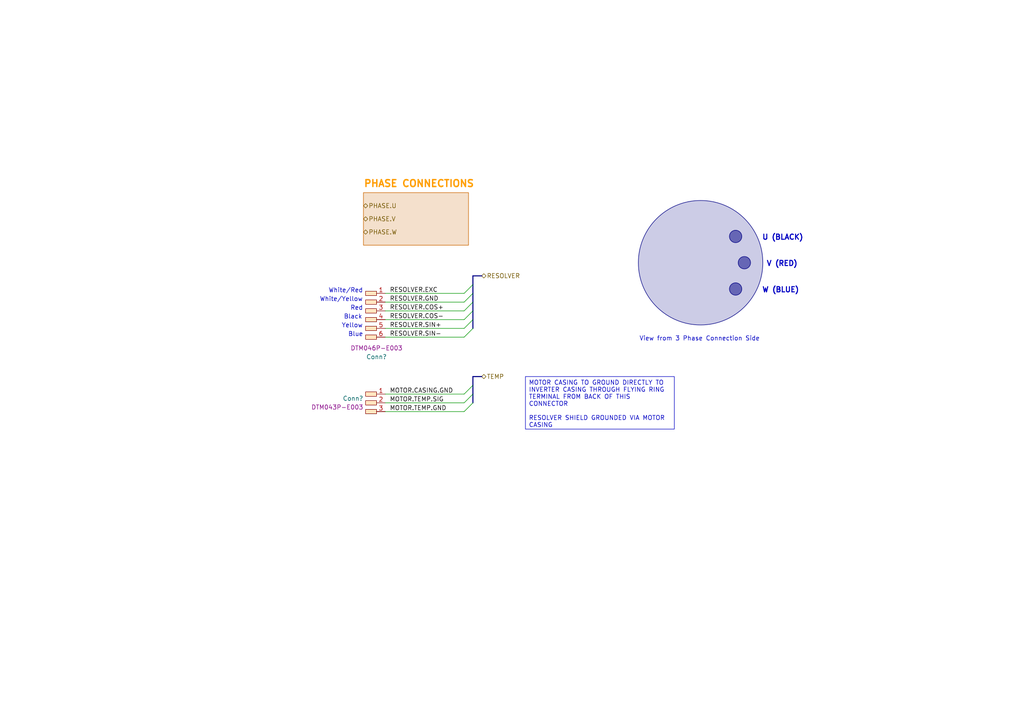
<source format=kicad_sch>
(kicad_sch
	(version 20231120)
	(generator "eeschema")
	(generator_version "8.0")
	(uuid "514a2b26-ff21-42c3-b45e-2e340674313d")
	(paper "A4")
	(title_block
		(title "DEVICE - MOTOR")
	)
	(lib_symbols
		(symbol "Connectors_SUFST:Deutsch_DTM_3P_Pin"
			(exclude_from_sim no)
			(in_bom yes)
			(on_board yes)
			(property "Reference" "Conn"
				(at 0 -1.905 0)
				(effects
					(font
						(size 1.27 1.27)
					)
				)
			)
			(property "Value" "Deutsch_DTM_3P_Pin"
				(at 0 0 0)
				(effects
					(font
						(size 1.27 1.27)
					)
					(hide yes)
				)
			)
			(property "Footprint" ""
				(at 0 -1.905 0)
				(effects
					(font
						(size 1.27 1.27)
					)
					(hide yes)
				)
			)
			(property "Datasheet" ""
				(at 0 -1.905 0)
				(effects
					(font
						(size 1.27 1.27)
					)
					(hide yes)
				)
			)
			(property "Description" ""
				(at 0 0 0)
				(effects
					(font
						(size 1.27 1.27)
					)
					(hide yes)
				)
			)
			(property "P/N" "DTM043P-E003"
				(at 0 0 0)
				(effects
					(font
						(size 1.27 1.27)
					)
				)
			)
			(symbol "Deutsch_DTM_3P_Pin_0_1"
				(polyline
					(pts
						(xy -0.635 -4.445) (xy 1.905 -4.445)
					)
					(stroke
						(width 0)
						(type default)
					)
					(fill
						(type none)
					)
				)
			)
			(symbol "Deutsch_DTM_3P_Pin_1_1"
				(rectangle
					(start -3.81 -8.89)
					(end -0.635 -10.16)
					(stroke
						(width 0)
						(type default)
					)
					(fill
						(type color)
						(color 255 229 191 1)
					)
				)
				(rectangle
					(start -3.81 -6.35)
					(end -0.635 -7.62)
					(stroke
						(width 0)
						(type default)
					)
					(fill
						(type color)
						(color 255 229 191 1)
					)
				)
				(rectangle
					(start -3.81 -3.81)
					(end -0.635 -5.08)
					(stroke
						(width 0)
						(type default)
					)
					(fill
						(type color)
						(color 255 229 191 1)
					)
				)
				(pin input line
					(at 1.905 -9.525 180)
					(length 2.54)
					(name ""
						(effects
							(font
								(size 1.27 1.27)
							)
						)
					)
					(number "1"
						(effects
							(font
								(size 1.27 1.27)
							)
						)
					)
				)
				(pin input line
					(at 1.905 -6.985 180)
					(length 2.54)
					(name ""
						(effects
							(font
								(size 1.27 1.27)
							)
						)
					)
					(number "2"
						(effects
							(font
								(size 1.27 1.27)
							)
						)
					)
				)
				(pin input line
					(at 1.905 -4.445 180)
					(length 2.54)
					(name ""
						(effects
							(font
								(size 1.27 1.27)
							)
						)
					)
					(number "3"
						(effects
							(font
								(size 1.27 1.27)
							)
						)
					)
				)
			)
		)
		(symbol "Connectors_SUFST:Deutsch_DTM_6P_Pin"
			(exclude_from_sim no)
			(in_bom yes)
			(on_board yes)
			(property "Reference" "Conn"
				(at 0 -1.905 0)
				(effects
					(font
						(size 1.27 1.27)
					)
				)
			)
			(property "Value" "Deutsch_DTM_6P_Pin"
				(at 0 0 0)
				(effects
					(font
						(size 1.27 1.27)
					)
					(hide yes)
				)
			)
			(property "Footprint" ""
				(at 0 0 0)
				(effects
					(font
						(size 1.27 1.27)
					)
					(hide yes)
				)
			)
			(property "Datasheet" ""
				(at 0 0 0)
				(effects
					(font
						(size 1.27 1.27)
					)
					(hide yes)
				)
			)
			(property "Description" ""
				(at 0 0 0)
				(effects
					(font
						(size 1.27 1.27)
					)
					(hide yes)
				)
			)
			(property "P/N" "DTM046P-E003"
				(at 0 0 0)
				(effects
					(font
						(size 1.27 1.27)
					)
				)
			)
			(symbol "Deutsch_DTM_6P_Pin_0_1"
				(polyline
					(pts
						(xy -0.635 -14.605) (xy 1.905 -14.605)
					)
					(stroke
						(width 0)
						(type default)
					)
					(fill
						(type none)
					)
				)
				(polyline
					(pts
						(xy -0.635 -9.525) (xy 1.905 -9.525)
					)
					(stroke
						(width 0)
						(type default)
					)
					(fill
						(type none)
					)
				)
				(polyline
					(pts
						(xy -0.635 -4.445) (xy 1.905 -4.445)
					)
					(stroke
						(width 0)
						(type default)
					)
					(fill
						(type none)
					)
				)
			)
			(symbol "Deutsch_DTM_6P_Pin_1_1"
				(rectangle
					(start -3.81 -16.51)
					(end -0.635 -17.78)
					(stroke
						(width 0)
						(type default)
					)
					(fill
						(type color)
						(color 255 229 191 1)
					)
				)
				(rectangle
					(start -3.81 -13.97)
					(end -0.635 -15.24)
					(stroke
						(width 0)
						(type default)
					)
					(fill
						(type color)
						(color 255 229 191 1)
					)
				)
				(rectangle
					(start -3.81 -11.43)
					(end -0.635 -12.7)
					(stroke
						(width 0)
						(type default)
					)
					(fill
						(type color)
						(color 255 229 191 1)
					)
				)
				(rectangle
					(start -3.81 -8.89)
					(end -0.635 -10.16)
					(stroke
						(width 0)
						(type default)
					)
					(fill
						(type color)
						(color 255 229 191 1)
					)
				)
				(rectangle
					(start -3.81 -6.35)
					(end -0.635 -7.62)
					(stroke
						(width 0)
						(type default)
					)
					(fill
						(type color)
						(color 255 229 191 1)
					)
				)
				(rectangle
					(start -3.81 -3.81)
					(end -0.635 -5.08)
					(stroke
						(width 0)
						(type default)
					)
					(fill
						(type color)
						(color 255 229 191 1)
					)
				)
				(pin input line
					(at 1.905 -17.145 180)
					(length 2.54)
					(name ""
						(effects
							(font
								(size 1.27 1.27)
							)
						)
					)
					(number "1"
						(effects
							(font
								(size 1.27 1.27)
							)
						)
					)
				)
				(pin input line
					(at 1.905 -14.605 180)
					(length 2.54)
					(name ""
						(effects
							(font
								(size 1.27 1.27)
							)
						)
					)
					(number "2"
						(effects
							(font
								(size 1.27 1.27)
							)
						)
					)
				)
				(pin input line
					(at 1.905 -12.065 180)
					(length 2.54)
					(name ""
						(effects
							(font
								(size 1.27 1.27)
							)
						)
					)
					(number "3"
						(effects
							(font
								(size 1.27 1.27)
							)
						)
					)
				)
				(pin input line
					(at 1.905 -9.525 180)
					(length 2.54)
					(name ""
						(effects
							(font
								(size 1.27 1.27)
							)
						)
					)
					(number "4"
						(effects
							(font
								(size 1.27 1.27)
							)
						)
					)
				)
				(pin input line
					(at 1.905 -6.985 180)
					(length 2.54)
					(name ""
						(effects
							(font
								(size 1.27 1.27)
							)
						)
					)
					(number "5"
						(effects
							(font
								(size 1.27 1.27)
							)
						)
					)
				)
				(pin input line
					(at 1.905 -4.445 180)
					(length 2.54)
					(name ""
						(effects
							(font
								(size 1.27 1.27)
							)
						)
					)
					(number "6"
						(effects
							(font
								(size 1.27 1.27)
							)
						)
					)
				)
			)
		)
	)
	(bus_entry
		(at 134.62 92.71)
		(size 2.54 -2.54)
		(stroke
			(width 0)
			(type default)
		)
		(uuid "1f34909f-91f4-438c-8d12-ad9d22cc440a")
	)
	(bus_entry
		(at 134.62 87.63)
		(size 2.54 -2.54)
		(stroke
			(width 0)
			(type default)
		)
		(uuid "3ce4d3bd-2740-4981-b1bf-dd120c946d09")
	)
	(bus_entry
		(at 134.62 85.09)
		(size 2.54 -2.54)
		(stroke
			(width 0)
			(type default)
		)
		(uuid "59e9aa78-f5bb-427a-8299-1e7ac25a1880")
	)
	(bus_entry
		(at 134.62 90.17)
		(size 2.54 -2.54)
		(stroke
			(width 0)
			(type default)
		)
		(uuid "7a25c784-1151-4c3e-8115-b66ef676d9fb")
	)
	(bus_entry
		(at 134.62 116.84)
		(size 2.54 -2.54)
		(stroke
			(width 0)
			(type default)
		)
		(uuid "8c997d63-efea-4d12-a162-b1364b628cb1")
	)
	(bus_entry
		(at 134.62 97.79)
		(size 2.54 -2.54)
		(stroke
			(width 0)
			(type default)
		)
		(uuid "9b9c9dd4-22d6-49c4-8280-27462aa2d82e")
	)
	(bus_entry
		(at 134.62 119.38)
		(size 2.54 -2.54)
		(stroke
			(width 0)
			(type default)
		)
		(uuid "a054823b-3ec0-4b46-bd03-d7de79cc5771")
	)
	(bus_entry
		(at 134.62 114.3)
		(size 2.54 -2.54)
		(stroke
			(width 0)
			(type default)
		)
		(uuid "e913f780-4b6f-4c60-ad72-bb1ea716d1f0")
	)
	(bus_entry
		(at 134.62 95.25)
		(size 2.54 -2.54)
		(stroke
			(width 0)
			(type default)
		)
		(uuid "f9bf515c-4cfa-4381-8f5d-87d391de8ce9")
	)
	(bus
		(pts
			(xy 139.7 80.01) (xy 137.16 80.01)
		)
		(stroke
			(width 0)
			(type default)
		)
		(uuid "01614728-4d74-4dd4-9c55-b8384b77fe6e")
	)
	(bus
		(pts
			(xy 137.16 82.55) (xy 137.16 85.09)
		)
		(stroke
			(width 0)
			(type default)
		)
		(uuid "01e34a51-c8cf-44a0-bbc8-765e2999f61d")
	)
	(bus
		(pts
			(xy 137.16 87.63) (xy 137.16 90.17)
		)
		(stroke
			(width 0)
			(type default)
		)
		(uuid "09be51ca-3e1a-4769-94ea-cfeaa31b2b56")
	)
	(wire
		(pts
			(xy 111.76 87.63) (xy 134.62 87.63)
		)
		(stroke
			(width 0)
			(type default)
		)
		(uuid "11a8915d-60f7-4ce1-b239-865154b0cce4")
	)
	(wire
		(pts
			(xy 111.76 97.79) (xy 134.62 97.79)
		)
		(stroke
			(width 0)
			(type default)
		)
		(uuid "11b2b0a8-9e06-4c3c-b9e8-4fb43f38312b")
	)
	(bus
		(pts
			(xy 137.16 92.71) (xy 137.16 95.25)
		)
		(stroke
			(width 0)
			(type default)
		)
		(uuid "28ce6244-a422-49c2-924f-7873d3de76ac")
	)
	(wire
		(pts
			(xy 111.76 116.84) (xy 134.62 116.84)
		)
		(stroke
			(width 0)
			(type default)
		)
		(uuid "458935c1-ca09-4297-a323-b8b5997e185d")
	)
	(bus
		(pts
			(xy 137.16 85.09) (xy 137.16 87.63)
		)
		(stroke
			(width 0)
			(type default)
		)
		(uuid "47d5f6a8-ad69-4ba2-a649-11657404095a")
	)
	(wire
		(pts
			(xy 111.76 95.25) (xy 134.62 95.25)
		)
		(stroke
			(width 0)
			(type default)
		)
		(uuid "53d1170a-6c67-4108-bd98-b5dd645e2ce2")
	)
	(bus
		(pts
			(xy 139.7 109.22) (xy 137.16 109.22)
		)
		(stroke
			(width 0)
			(type default)
		)
		(uuid "54a9b7a1-fdfb-49d2-a679-0840211a4667")
	)
	(bus
		(pts
			(xy 137.16 90.17) (xy 137.16 92.71)
		)
		(stroke
			(width 0)
			(type default)
		)
		(uuid "5541cbf1-a3b8-4f02-9d04-ca3aef4aad53")
	)
	(bus
		(pts
			(xy 137.16 109.22) (xy 137.16 111.76)
		)
		(stroke
			(width 0)
			(type default)
		)
		(uuid "56d677f2-2feb-4793-bd06-a2d2c456e959")
	)
	(wire
		(pts
			(xy 111.76 114.3) (xy 134.62 114.3)
		)
		(stroke
			(width 0)
			(type default)
		)
		(uuid "63590af8-2dcd-4ab1-ab79-abcaf7a55d8c")
	)
	(bus
		(pts
			(xy 137.16 80.01) (xy 137.16 82.55)
		)
		(stroke
			(width 0)
			(type default)
		)
		(uuid "88cca4d9-435c-498b-b81a-f0d12f7f2e80")
	)
	(bus
		(pts
			(xy 137.16 111.76) (xy 137.16 114.3)
		)
		(stroke
			(width 0)
			(type default)
		)
		(uuid "89af5990-2ef8-42fe-8870-b94d6e9286d1")
	)
	(bus
		(pts
			(xy 137.16 114.3) (xy 137.16 116.84)
		)
		(stroke
			(width 0)
			(type default)
		)
		(uuid "a658d9e0-9c78-4313-91eb-139da14aea57")
	)
	(wire
		(pts
			(xy 111.76 92.71) (xy 134.62 92.71)
		)
		(stroke
			(width 0)
			(type default)
		)
		(uuid "a8dcf350-45f2-4adb-b664-819b59a5da56")
	)
	(wire
		(pts
			(xy 111.76 119.38) (xy 134.62 119.38)
		)
		(stroke
			(width 0)
			(type default)
		)
		(uuid "bb93a33d-6ec3-40dc-9b5b-475ae1be6daa")
	)
	(wire
		(pts
			(xy 111.76 90.17) (xy 134.62 90.17)
		)
		(stroke
			(width 0)
			(type default)
		)
		(uuid "ce538d9a-b8db-491f-9d4d-168a13d2c6db")
	)
	(wire
		(pts
			(xy 111.76 85.09) (xy 134.62 85.09)
		)
		(stroke
			(width 0)
			(type default)
		)
		(uuid "e2f3f9eb-fa55-4fc9-b689-245f67107d7c")
	)
	(rectangle
		(start 105.41 55.88)
		(end 135.89 71.12)
		(stroke
			(width 0)
			(type default)
			(color 204 102 0 1)
		)
		(fill
			(type color)
			(color 204 102 0 0.2)
		)
		(uuid 3f7a58d9-5e85-4f99-8976-6c8a7a34027a)
	)
	(circle
		(center 213.36 83.82)
		(radius 1.7961)
		(stroke
			(width 0)
			(type default)
			(color 0 0 132 1)
		)
		(fill
			(type color)
			(color 0 0 132 0.5)
		)
		(uuid 87d7bcfb-4128-4d8f-a2e3-e7f6e18f302a)
	)
	(circle
		(center 215.9 76.2)
		(radius 1.7961)
		(stroke
			(width 0)
			(type default)
			(color 0 0 132 1)
		)
		(fill
			(type color)
			(color 0 0 132 0.5)
		)
		(uuid c38f40dd-9001-46f5-bb7e-233d29f3f97a)
	)
	(circle
		(center 203.2 76.2)
		(radius 18.0501)
		(stroke
			(width 0)
			(type default)
			(color 0 0 132 1)
		)
		(fill
			(type color)
			(color 0 0 132 0.2)
		)
		(uuid c3dd57e5-4e9a-4553-8efc-e1cafe3879a6)
	)
	(circle
		(center 213.36 68.58)
		(radius 1.7961)
		(stroke
			(width 0)
			(type default)
			(color 0 0 132 1)
		)
		(fill
			(type color)
			(color 0 0 132 0.5)
		)
		(uuid dd27031e-cfee-4c83-b1ed-7d19441b6deb)
	)
	(text_box "MOTOR CASING TO GROUND DIRECTLY TO INVERTER CASING THROUGH FLYING RING TERMINAL FROM BACK OF THIS CONNECTOR\n\nRESOLVER SHIELD GROUNDED VIA MOTOR CASING"
		(exclude_from_sim no)
		(at 152.4 109.22 0)
		(size 43.18 15.24)
		(stroke
			(width 0)
			(type default)
		)
		(fill
			(type none)
		)
		(effects
			(font
				(size 1.27 1.27)
			)
			(justify left top)
		)
		(uuid "27358433-9158-4845-93b5-e03b262ce7ba")
	)
	(text "White/Red"
		(exclude_from_sim no)
		(at 95.25 85.09 0)
		(effects
			(font
				(size 1.27 1.27)
			)
			(justify left bottom)
		)
		(uuid "238f6d3f-8c0a-4401-9f98-e21a9f71d2f6")
	)
	(text "View from 3 Phase Connection Side"
		(exclude_from_sim no)
		(at 185.42 99.06 0)
		(effects
			(font
				(size 1.27 1.27)
			)
			(justify left bottom)
		)
		(uuid "3769f1be-aa9a-41fa-91e6-44991b4ebac5")
	)
	(text "PHASE CONNECTIONS"
		(exclude_from_sim no)
		(at 105.41 54.61 0)
		(effects
			(font
				(size 2 2)
				(thickness 0.4)
				(bold yes)
				(color 255 153 0 1)
			)
			(justify left bottom)
		)
		(uuid "3b2430b7-5792-4b78-bee2-9a05c15bf352")
	)
	(text "Red"
		(exclude_from_sim no)
		(at 101.6 90.17 0)
		(effects
			(font
				(size 1.27 1.27)
			)
			(justify left bottom)
		)
		(uuid "4d40950f-4688-461c-ab6c-a0d8228d9f75")
	)
	(text "Blue"
		(exclude_from_sim no)
		(at 100.965 97.79 0)
		(effects
			(font
				(size 1.27 1.27)
			)
			(justify left bottom)
		)
		(uuid "503b0f0f-5d0c-424b-810c-6c3ce5237229")
	)
	(text "Black"
		(exclude_from_sim no)
		(at 99.695 92.71 0)
		(effects
			(font
				(size 1.27 1.27)
			)
			(justify left bottom)
		)
		(uuid "650413cc-f5c2-4592-ae16-2d44271830ee")
	)
	(text "White/Yellow"
		(exclude_from_sim no)
		(at 92.71 87.63 0)
		(effects
			(font
				(size 1.27 1.27)
			)
			(justify left bottom)
		)
		(uuid "6c7b5894-72d3-47e7-9ecb-be3bdd3bec8f")
	)
	(text "Yellow"
		(exclude_from_sim no)
		(at 99.06 95.25 0)
		(effects
			(font
				(size 1.27 1.27)
			)
			(justify left bottom)
		)
		(uuid "8b5bf656-5e51-48e4-a48a-fba89166f516")
	)
	(text "U (BLACK)"
		(exclude_from_sim no)
		(at 220.98 69.85 0)
		(effects
			(font
				(size 1.5 1.5)
				(thickness 0.3)
				(bold yes)
			)
			(justify left bottom)
		)
		(uuid "a0632cf2-bc65-4373-b490-5c3285ac28c6")
	)
	(text "V (RED)"
		(exclude_from_sim no)
		(at 222.25 77.47 0)
		(effects
			(font
				(size 1.5 1.5)
				(thickness 0.3)
				(bold yes)
			)
			(justify left bottom)
		)
		(uuid "ad6dda47-ba49-4833-8e93-e56179c1de9b")
	)
	(text "W (BLUE)"
		(exclude_from_sim no)
		(at 220.98 85.09 0)
		(effects
			(font
				(size 1.5 1.5)
				(thickness 0.3)
				(bold yes)
			)
			(justify left bottom)
		)
		(uuid "adf1efc7-628a-46df-926f-5fbf7ad2961c")
	)
	(label "MOTOR.CASING.GND"
		(at 113.03 114.3 0)
		(fields_autoplaced yes)
		(effects
			(font
				(size 1.27 1.27)
			)
			(justify left bottom)
		)
		(uuid "00440ad6-f0cf-4054-a030-40289c0823bd")
	)
	(label "RESOLVER.SIN-"
		(at 113.03 97.79 0)
		(fields_autoplaced yes)
		(effects
			(font
				(size 1.27 1.27)
			)
			(justify left bottom)
		)
		(uuid "1470e974-4a26-4431-bb16-148aea89db32")
	)
	(label "RESOLVER.SIN+"
		(at 113.03 95.25 0)
		(fields_autoplaced yes)
		(effects
			(font
				(size 1.27 1.27)
			)
			(justify left bottom)
		)
		(uuid "19107f09-c1a3-4a83-9fc4-96ba7b9e2d1c")
	)
	(label "MOTOR.TEMP.SIG"
		(at 113.03 116.84 0)
		(fields_autoplaced yes)
		(effects
			(font
				(size 1.27 1.27)
			)
			(justify left bottom)
		)
		(uuid "274bf043-1b74-44f0-8569-e513c60a53ce")
	)
	(label "RESOLVER.GND"
		(at 113.03 87.63 0)
		(fields_autoplaced yes)
		(effects
			(font
				(size 1.27 1.27)
			)
			(justify left bottom)
		)
		(uuid "722a2ddc-fca7-4617-86c7-e235e5fcbb0d")
	)
	(label "MOTOR.TEMP.GND"
		(at 113.03 119.38 0)
		(fields_autoplaced yes)
		(effects
			(font
				(size 1.27 1.27)
			)
			(justify left bottom)
		)
		(uuid "e07e68e8-a5cb-4140-be3e-9631fe4c2b1a")
	)
	(label "RESOLVER.COS-"
		(at 113.03 92.71 0)
		(fields_autoplaced yes)
		(effects
			(font
				(size 1.27 1.27)
			)
			(justify left bottom)
		)
		(uuid "ec37a351-294a-4b1a-a022-f9330168ef07")
	)
	(label "RESOLVER.COS+"
		(at 113.03 90.17 0)
		(fields_autoplaced yes)
		(effects
			(font
				(size 1.27 1.27)
			)
			(justify left bottom)
		)
		(uuid "f3fc2c2c-303a-4f3b-be53-098cb664a738")
	)
	(label "RESOLVER.EXC"
		(at 113.03 85.09 0)
		(fields_autoplaced yes)
		(effects
			(font
				(size 1.27 1.27)
			)
			(justify left bottom)
		)
		(uuid "f6923d91-5ceb-49d8-8c33-948367961afc")
	)
	(hierarchical_label "PHASE.V"
		(shape bidirectional)
		(at 105.41 63.5 0)
		(fields_autoplaced yes)
		(effects
			(font
				(size 1.27 1.27)
			)
			(justify left)
		)
		(uuid "33e1b187-86c2-467a-93d7-b4a428d37f6e")
	)
	(hierarchical_label "PHASE.U"
		(shape bidirectional)
		(at 105.41 59.69 0)
		(fields_autoplaced yes)
		(effects
			(font
				(size 1.27 1.27)
			)
			(justify left)
		)
		(uuid "784491ba-9e62-4ed9-8cae-9591842a7f06")
	)
	(hierarchical_label "RESOLVER"
		(shape bidirectional)
		(at 139.7 80.01 0)
		(fields_autoplaced yes)
		(effects
			(font
				(size 1.27 1.27)
			)
			(justify left)
		)
		(uuid "84d6de19-3414-4895-a8ad-3082251b7b87")
	)
	(hierarchical_label "TEMP"
		(shape bidirectional)
		(at 139.7 109.22 0)
		(fields_autoplaced yes)
		(effects
			(font
				(size 1.27 1.27)
			)
			(justify left)
		)
		(uuid "ed9958e0-b9c5-474c-977e-02ab77d57e44")
	)
	(hierarchical_label "PHASE.W"
		(shape bidirectional)
		(at 105.41 67.31 0)
		(fields_autoplaced yes)
		(effects
			(font
				(size 1.27 1.27)
			)
			(justify left)
		)
		(uuid "ef6c580d-09a3-4773-9f71-f3de95b1913d")
	)
	(symbol
		(lib_id "Connectors_SUFST:Deutsch_DTM_3P_Pin")
		(at 109.855 123.825 0)
		(mirror x)
		(unit 1)
		(exclude_from_sim no)
		(in_bom yes)
		(on_board yes)
		(dnp no)
		(fields_autoplaced yes)
		(uuid "155f47ef-f819-46df-9e2c-f3992eb784cc")
		(property "Reference" "Conn?"
			(at 105.41 115.57 0)
			(effects
				(font
					(size 1.27 1.27)
				)
				(justify right)
			)
		)
		(property "Value" "Deutsch_DTM_2P_Pin"
			(at 109.855 123.825 0)
			(effects
				(font
					(size 1.27 1.27)
				)
				(hide yes)
			)
		)
		(property "Footprint" ""
			(at 109.855 121.92 0)
			(effects
				(font
					(size 1.27 1.27)
				)
				(hide yes)
			)
		)
		(property "Datasheet" ""
			(at 109.855 121.92 0)
			(effects
				(font
					(size 1.27 1.27)
				)
				(hide yes)
			)
		)
		(property "Description" ""
			(at 109.855 123.825 0)
			(effects
				(font
					(size 1.27 1.27)
				)
				(hide yes)
			)
		)
		(property "P/N" "DTM043P-E003"
			(at 105.41 118.11 0)
			(effects
				(font
					(size 1.27 1.27)
				)
				(justify right)
			)
		)
		(pin "1"
			(uuid "d84dc24c-58de-4d3c-b0c1-1c650f88ea02")
		)
		(pin "2"
			(uuid "e2174fc6-5896-49f7-96bd-8e6d87d53909")
		)
		(pin "3"
			(uuid "441766b1-676a-4b6e-b887-5f797d78af7e")
		)
		(instances
			(project "StagX"
				(path "/03011643-0690-4b85-ab78-d6a62dae52b1/b0453e95-da99-41eb-96b0-5966f0081854"
					(reference "Conn?")
					(unit 1)
				)
			)
		)
	)
	(symbol
		(lib_id "Connectors_SUFST:Deutsch_DTM_6P_Pin")
		(at 109.855 102.235 0)
		(mirror x)
		(unit 1)
		(exclude_from_sim no)
		(in_bom yes)
		(on_board yes)
		(dnp no)
		(fields_autoplaced yes)
		(uuid "2c589bc1-0af0-4823-a648-eab5c4735baa")
		(property "Reference" "Conn?"
			(at 109.22 103.505 0)
			(effects
				(font
					(size 1.27 1.27)
				)
			)
		)
		(property "Value" "Deutsch_DTM_6P_Pin"
			(at 109.855 102.235 0)
			(effects
				(font
					(size 1.27 1.27)
				)
				(hide yes)
			)
		)
		(property "Footprint" ""
			(at 109.855 102.235 0)
			(effects
				(font
					(size 1.27 1.27)
				)
				(hide yes)
			)
		)
		(property "Datasheet" ""
			(at 109.855 102.235 0)
			(effects
				(font
					(size 1.27 1.27)
				)
				(hide yes)
			)
		)
		(property "Description" ""
			(at 109.855 102.235 0)
			(effects
				(font
					(size 1.27 1.27)
				)
				(hide yes)
			)
		)
		(property "P/N" "DTM046P-E003"
			(at 109.22 100.965 0)
			(effects
				(font
					(size 1.27 1.27)
				)
			)
		)
		(pin "1"
			(uuid "3e0489be-aa97-4c00-9e56-281ec4361618")
		)
		(pin "2"
			(uuid "db8e7d80-397c-402c-bf6d-f903c15b0b6b")
		)
		(pin "3"
			(uuid "5ea16f13-338f-43de-b18e-8822c99defda")
		)
		(pin "4"
			(uuid "34cd24f4-c2ba-4bb8-a1c9-681349a2cd2c")
		)
		(pin "5"
			(uuid "5131e005-4c8f-47e8-91b6-7703da17f75f")
		)
		(pin "6"
			(uuid "3997286e-cc79-403a-9cfc-6837bdcbcee6")
		)
		(instances
			(project "StagX"
				(path "/03011643-0690-4b85-ab78-d6a62dae52b1/b0453e95-da99-41eb-96b0-5966f0081854"
					(reference "Conn?")
					(unit 1)
				)
			)
		)
	)
)

</source>
